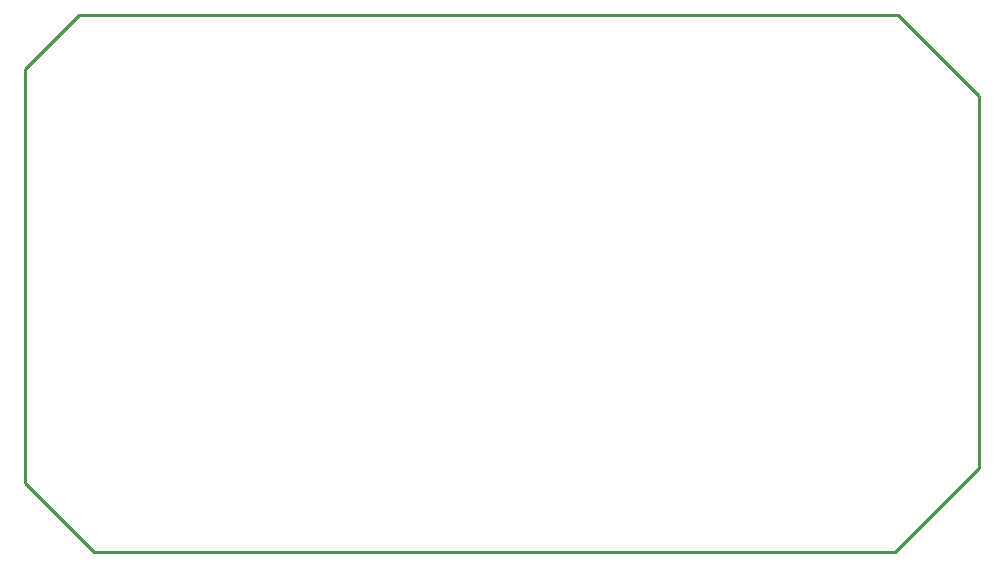
<source format=gko>
G04*
G04 #@! TF.GenerationSoftware,Altium Limited,Altium Designer,18.1.7 (191)*
G04*
G04 Layer_Color=16711935*
%FSLAX24Y24*%
%MOIN*%
G70*
G01*
G75*
%ADD11C,0.0100*%
D11*
X13000Y49000D02*
X40300D01*
X43000Y46300D01*
Y33900D02*
Y46300D01*
X40200Y31100D02*
X43000Y33900D01*
X13500Y31100D02*
X40200D01*
X11200Y33400D02*
X13500Y31100D01*
X11200Y33400D02*
Y47200D01*
X13000Y49000D01*
M02*

</source>
